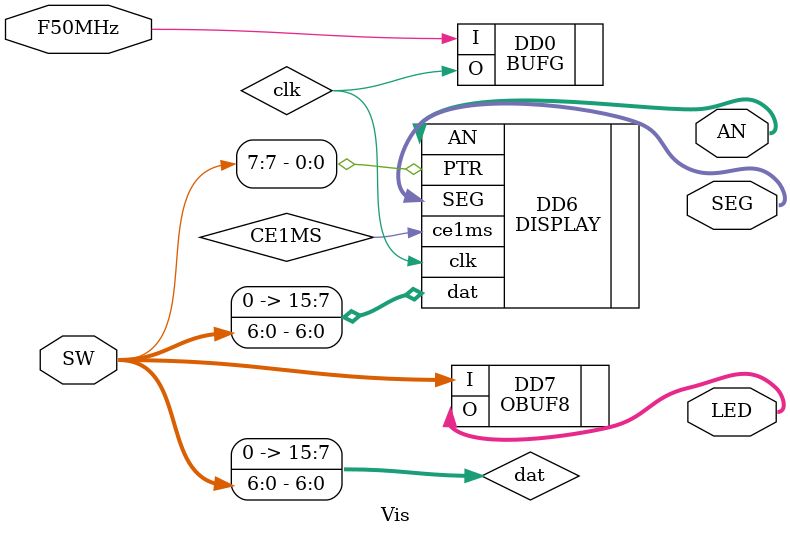
<source format=v>
module Vis(
	input F50MHz, 	output wire [3:0] AN , 
	input [7:0]SW,	output wire [7:0] SEG,
						output wire [7:0] LED
	);

wire CE1MS;
wire [15:0] dat;

wire clk;
BUFG DD0 (.I(F50MHz), .O(clk));
	
//clk -- часы
//dat -- 16-ти битное число
//PTR -- точка разделитель
//AN -- выбор, какую из 4 цифр дисплея использовать
//SEG -- кодировка цифры для дисплея
//se1ms -- CEO для дисплея
assign dat = SW[6:0];
DISPLAY DD6(
	.clk(clk), .AN(AN),
	.dat(dat), .SEG(SEG),
	.PTR(SW[7]), .ce1ms(CE1MS)
);

OBUF8 DD7(.I(SW[7:0]), .O(LED[7:0]));

endmodule

</source>
